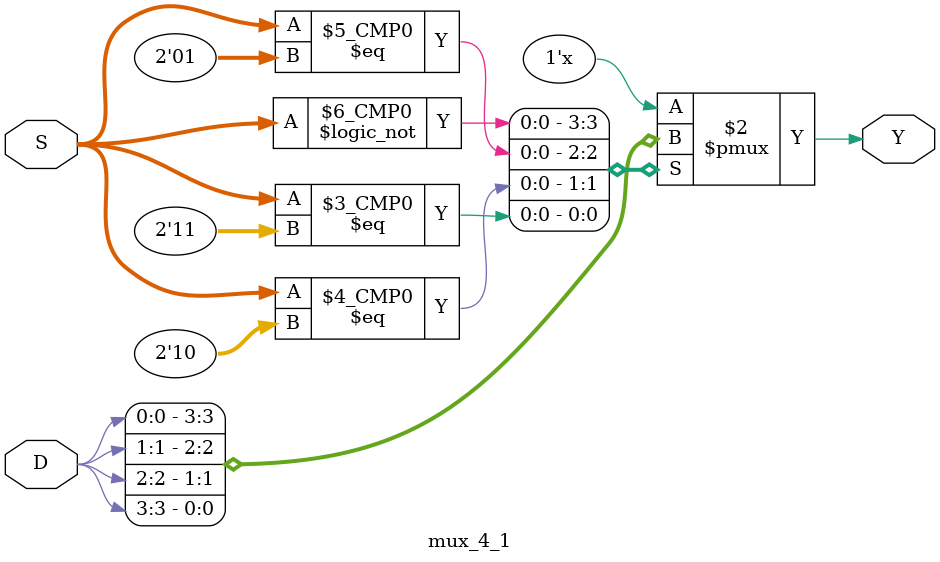
<source format=v>
module mux_4_1(
    input  [3:0] D,
    input  [1:0] S,
    output reg   Y
);

always @(*) begin
    case (S)
        2'b00: Y = D[0];
        2'b01: Y = D[1];
        2'b10: Y = D[2];
        2'b11: Y = D[3];
        default: Y = 1'b0;
    endcase
end

endmodule

</source>
